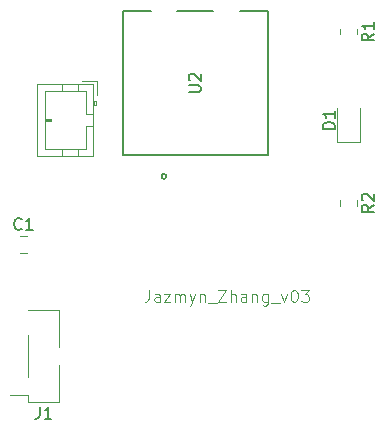
<source format=gbr>
%TF.GenerationSoftware,KiCad,Pcbnew,8.0.8*%
%TF.CreationDate,2025-02-28T02:08:50-08:00*%
%TF.ProjectId,jazmyn_hwsw,6a617a6d-796e-45f6-9877-73772e6b6963,rev?*%
%TF.SameCoordinates,Original*%
%TF.FileFunction,Legend,Top*%
%TF.FilePolarity,Positive*%
%FSLAX46Y46*%
G04 Gerber Fmt 4.6, Leading zero omitted, Abs format (unit mm)*
G04 Created by KiCad (PCBNEW 8.0.8) date 2025-02-28 02:08:50*
%MOMM*%
%LPD*%
G01*
G04 APERTURE LIST*
%ADD10C,0.100000*%
%ADD11C,0.150000*%
%ADD12C,0.152400*%
%ADD13C,0.120000*%
G04 APERTURE END LIST*
D10*
X111589598Y-90872419D02*
X111589598Y-91586704D01*
X111589598Y-91586704D02*
X111541979Y-91729561D01*
X111541979Y-91729561D02*
X111446741Y-91824800D01*
X111446741Y-91824800D02*
X111303884Y-91872419D01*
X111303884Y-91872419D02*
X111208646Y-91872419D01*
X112494360Y-91872419D02*
X112494360Y-91348609D01*
X112494360Y-91348609D02*
X112446741Y-91253371D01*
X112446741Y-91253371D02*
X112351503Y-91205752D01*
X112351503Y-91205752D02*
X112161027Y-91205752D01*
X112161027Y-91205752D02*
X112065789Y-91253371D01*
X112494360Y-91824800D02*
X112399122Y-91872419D01*
X112399122Y-91872419D02*
X112161027Y-91872419D01*
X112161027Y-91872419D02*
X112065789Y-91824800D01*
X112065789Y-91824800D02*
X112018170Y-91729561D01*
X112018170Y-91729561D02*
X112018170Y-91634323D01*
X112018170Y-91634323D02*
X112065789Y-91539085D01*
X112065789Y-91539085D02*
X112161027Y-91491466D01*
X112161027Y-91491466D02*
X112399122Y-91491466D01*
X112399122Y-91491466D02*
X112494360Y-91443847D01*
X112875313Y-91205752D02*
X113399122Y-91205752D01*
X113399122Y-91205752D02*
X112875313Y-91872419D01*
X112875313Y-91872419D02*
X113399122Y-91872419D01*
X113780075Y-91872419D02*
X113780075Y-91205752D01*
X113780075Y-91300990D02*
X113827694Y-91253371D01*
X113827694Y-91253371D02*
X113922932Y-91205752D01*
X113922932Y-91205752D02*
X114065789Y-91205752D01*
X114065789Y-91205752D02*
X114161027Y-91253371D01*
X114161027Y-91253371D02*
X114208646Y-91348609D01*
X114208646Y-91348609D02*
X114208646Y-91872419D01*
X114208646Y-91348609D02*
X114256265Y-91253371D01*
X114256265Y-91253371D02*
X114351503Y-91205752D01*
X114351503Y-91205752D02*
X114494360Y-91205752D01*
X114494360Y-91205752D02*
X114589599Y-91253371D01*
X114589599Y-91253371D02*
X114637218Y-91348609D01*
X114637218Y-91348609D02*
X114637218Y-91872419D01*
X115018170Y-91205752D02*
X115256265Y-91872419D01*
X115494360Y-91205752D02*
X115256265Y-91872419D01*
X115256265Y-91872419D02*
X115161027Y-92110514D01*
X115161027Y-92110514D02*
X115113408Y-92158133D01*
X115113408Y-92158133D02*
X115018170Y-92205752D01*
X115875313Y-91205752D02*
X115875313Y-91872419D01*
X115875313Y-91300990D02*
X115922932Y-91253371D01*
X115922932Y-91253371D02*
X116018170Y-91205752D01*
X116018170Y-91205752D02*
X116161027Y-91205752D01*
X116161027Y-91205752D02*
X116256265Y-91253371D01*
X116256265Y-91253371D02*
X116303884Y-91348609D01*
X116303884Y-91348609D02*
X116303884Y-91872419D01*
X116541980Y-91967657D02*
X117303884Y-91967657D01*
X117446742Y-90872419D02*
X118113408Y-90872419D01*
X118113408Y-90872419D02*
X117446742Y-91872419D01*
X117446742Y-91872419D02*
X118113408Y-91872419D01*
X118494361Y-91872419D02*
X118494361Y-90872419D01*
X118922932Y-91872419D02*
X118922932Y-91348609D01*
X118922932Y-91348609D02*
X118875313Y-91253371D01*
X118875313Y-91253371D02*
X118780075Y-91205752D01*
X118780075Y-91205752D02*
X118637218Y-91205752D01*
X118637218Y-91205752D02*
X118541980Y-91253371D01*
X118541980Y-91253371D02*
X118494361Y-91300990D01*
X119827694Y-91872419D02*
X119827694Y-91348609D01*
X119827694Y-91348609D02*
X119780075Y-91253371D01*
X119780075Y-91253371D02*
X119684837Y-91205752D01*
X119684837Y-91205752D02*
X119494361Y-91205752D01*
X119494361Y-91205752D02*
X119399123Y-91253371D01*
X119827694Y-91824800D02*
X119732456Y-91872419D01*
X119732456Y-91872419D02*
X119494361Y-91872419D01*
X119494361Y-91872419D02*
X119399123Y-91824800D01*
X119399123Y-91824800D02*
X119351504Y-91729561D01*
X119351504Y-91729561D02*
X119351504Y-91634323D01*
X119351504Y-91634323D02*
X119399123Y-91539085D01*
X119399123Y-91539085D02*
X119494361Y-91491466D01*
X119494361Y-91491466D02*
X119732456Y-91491466D01*
X119732456Y-91491466D02*
X119827694Y-91443847D01*
X120303885Y-91205752D02*
X120303885Y-91872419D01*
X120303885Y-91300990D02*
X120351504Y-91253371D01*
X120351504Y-91253371D02*
X120446742Y-91205752D01*
X120446742Y-91205752D02*
X120589599Y-91205752D01*
X120589599Y-91205752D02*
X120684837Y-91253371D01*
X120684837Y-91253371D02*
X120732456Y-91348609D01*
X120732456Y-91348609D02*
X120732456Y-91872419D01*
X121637218Y-91205752D02*
X121637218Y-92015276D01*
X121637218Y-92015276D02*
X121589599Y-92110514D01*
X121589599Y-92110514D02*
X121541980Y-92158133D01*
X121541980Y-92158133D02*
X121446742Y-92205752D01*
X121446742Y-92205752D02*
X121303885Y-92205752D01*
X121303885Y-92205752D02*
X121208647Y-92158133D01*
X121637218Y-91824800D02*
X121541980Y-91872419D01*
X121541980Y-91872419D02*
X121351504Y-91872419D01*
X121351504Y-91872419D02*
X121256266Y-91824800D01*
X121256266Y-91824800D02*
X121208647Y-91777180D01*
X121208647Y-91777180D02*
X121161028Y-91681942D01*
X121161028Y-91681942D02*
X121161028Y-91396228D01*
X121161028Y-91396228D02*
X121208647Y-91300990D01*
X121208647Y-91300990D02*
X121256266Y-91253371D01*
X121256266Y-91253371D02*
X121351504Y-91205752D01*
X121351504Y-91205752D02*
X121541980Y-91205752D01*
X121541980Y-91205752D02*
X121637218Y-91253371D01*
X121875314Y-91967657D02*
X122637218Y-91967657D01*
X122780076Y-91205752D02*
X123018171Y-91872419D01*
X123018171Y-91872419D02*
X123256266Y-91205752D01*
X123827695Y-90872419D02*
X123922933Y-90872419D01*
X123922933Y-90872419D02*
X124018171Y-90920038D01*
X124018171Y-90920038D02*
X124065790Y-90967657D01*
X124065790Y-90967657D02*
X124113409Y-91062895D01*
X124113409Y-91062895D02*
X124161028Y-91253371D01*
X124161028Y-91253371D02*
X124161028Y-91491466D01*
X124161028Y-91491466D02*
X124113409Y-91681942D01*
X124113409Y-91681942D02*
X124065790Y-91777180D01*
X124065790Y-91777180D02*
X124018171Y-91824800D01*
X124018171Y-91824800D02*
X123922933Y-91872419D01*
X123922933Y-91872419D02*
X123827695Y-91872419D01*
X123827695Y-91872419D02*
X123732457Y-91824800D01*
X123732457Y-91824800D02*
X123684838Y-91777180D01*
X123684838Y-91777180D02*
X123637219Y-91681942D01*
X123637219Y-91681942D02*
X123589600Y-91491466D01*
X123589600Y-91491466D02*
X123589600Y-91253371D01*
X123589600Y-91253371D02*
X123637219Y-91062895D01*
X123637219Y-91062895D02*
X123684838Y-90967657D01*
X123684838Y-90967657D02*
X123732457Y-90920038D01*
X123732457Y-90920038D02*
X123827695Y-90872419D01*
X124494362Y-90872419D02*
X125113409Y-90872419D01*
X125113409Y-90872419D02*
X124780076Y-91253371D01*
X124780076Y-91253371D02*
X124922933Y-91253371D01*
X124922933Y-91253371D02*
X125018171Y-91300990D01*
X125018171Y-91300990D02*
X125065790Y-91348609D01*
X125065790Y-91348609D02*
X125113409Y-91443847D01*
X125113409Y-91443847D02*
X125113409Y-91681942D01*
X125113409Y-91681942D02*
X125065790Y-91777180D01*
X125065790Y-91777180D02*
X125018171Y-91824800D01*
X125018171Y-91824800D02*
X124922933Y-91872419D01*
X124922933Y-91872419D02*
X124637219Y-91872419D01*
X124637219Y-91872419D02*
X124541981Y-91824800D01*
X124541981Y-91824800D02*
X124494362Y-91777180D01*
D11*
X114954819Y-74116054D02*
X115764342Y-74116054D01*
X115764342Y-74116054D02*
X115859580Y-74068435D01*
X115859580Y-74068435D02*
X115907200Y-74020816D01*
X115907200Y-74020816D02*
X115954819Y-73925578D01*
X115954819Y-73925578D02*
X115954819Y-73735102D01*
X115954819Y-73735102D02*
X115907200Y-73639864D01*
X115907200Y-73639864D02*
X115859580Y-73592245D01*
X115859580Y-73592245D02*
X115764342Y-73544626D01*
X115764342Y-73544626D02*
X114954819Y-73544626D01*
X115050057Y-73116054D02*
X115002438Y-73068435D01*
X115002438Y-73068435D02*
X114954819Y-72973197D01*
X114954819Y-72973197D02*
X114954819Y-72735102D01*
X114954819Y-72735102D02*
X115002438Y-72639864D01*
X115002438Y-72639864D02*
X115050057Y-72592245D01*
X115050057Y-72592245D02*
X115145295Y-72544626D01*
X115145295Y-72544626D02*
X115240533Y-72544626D01*
X115240533Y-72544626D02*
X115383390Y-72592245D01*
X115383390Y-72592245D02*
X115954819Y-73163673D01*
X115954819Y-73163673D02*
X115954819Y-72544626D01*
X127304819Y-77238094D02*
X126304819Y-77238094D01*
X126304819Y-77238094D02*
X126304819Y-76999999D01*
X126304819Y-76999999D02*
X126352438Y-76857142D01*
X126352438Y-76857142D02*
X126447676Y-76761904D01*
X126447676Y-76761904D02*
X126542914Y-76714285D01*
X126542914Y-76714285D02*
X126733390Y-76666666D01*
X126733390Y-76666666D02*
X126876247Y-76666666D01*
X126876247Y-76666666D02*
X127066723Y-76714285D01*
X127066723Y-76714285D02*
X127161961Y-76761904D01*
X127161961Y-76761904D02*
X127257200Y-76857142D01*
X127257200Y-76857142D02*
X127304819Y-76999999D01*
X127304819Y-76999999D02*
X127304819Y-77238094D01*
X127304819Y-75714285D02*
X127304819Y-76285713D01*
X127304819Y-75999999D02*
X126304819Y-75999999D01*
X126304819Y-75999999D02*
X126447676Y-76095237D01*
X126447676Y-76095237D02*
X126542914Y-76190475D01*
X126542914Y-76190475D02*
X126590533Y-76285713D01*
X100795833Y-85679580D02*
X100748214Y-85727200D01*
X100748214Y-85727200D02*
X100605357Y-85774819D01*
X100605357Y-85774819D02*
X100510119Y-85774819D01*
X100510119Y-85774819D02*
X100367262Y-85727200D01*
X100367262Y-85727200D02*
X100272024Y-85631961D01*
X100272024Y-85631961D02*
X100224405Y-85536723D01*
X100224405Y-85536723D02*
X100176786Y-85346247D01*
X100176786Y-85346247D02*
X100176786Y-85203390D01*
X100176786Y-85203390D02*
X100224405Y-85012914D01*
X100224405Y-85012914D02*
X100272024Y-84917676D01*
X100272024Y-84917676D02*
X100367262Y-84822438D01*
X100367262Y-84822438D02*
X100510119Y-84774819D01*
X100510119Y-84774819D02*
X100605357Y-84774819D01*
X100605357Y-84774819D02*
X100748214Y-84822438D01*
X100748214Y-84822438D02*
X100795833Y-84870057D01*
X101748214Y-85774819D02*
X101176786Y-85774819D01*
X101462500Y-85774819D02*
X101462500Y-84774819D01*
X101462500Y-84774819D02*
X101367262Y-84917676D01*
X101367262Y-84917676D02*
X101272024Y-85012914D01*
X101272024Y-85012914D02*
X101176786Y-85060533D01*
X130604819Y-69166666D02*
X130128628Y-69499999D01*
X130604819Y-69738094D02*
X129604819Y-69738094D01*
X129604819Y-69738094D02*
X129604819Y-69357142D01*
X129604819Y-69357142D02*
X129652438Y-69261904D01*
X129652438Y-69261904D02*
X129700057Y-69214285D01*
X129700057Y-69214285D02*
X129795295Y-69166666D01*
X129795295Y-69166666D02*
X129938152Y-69166666D01*
X129938152Y-69166666D02*
X130033390Y-69214285D01*
X130033390Y-69214285D02*
X130081009Y-69261904D01*
X130081009Y-69261904D02*
X130128628Y-69357142D01*
X130128628Y-69357142D02*
X130128628Y-69738094D01*
X130604819Y-68214285D02*
X130604819Y-68785713D01*
X130604819Y-68499999D02*
X129604819Y-68499999D01*
X129604819Y-68499999D02*
X129747676Y-68595237D01*
X129747676Y-68595237D02*
X129842914Y-68690475D01*
X129842914Y-68690475D02*
X129890533Y-68785713D01*
X102321666Y-100784819D02*
X102321666Y-101499104D01*
X102321666Y-101499104D02*
X102274047Y-101641961D01*
X102274047Y-101641961D02*
X102178809Y-101737200D01*
X102178809Y-101737200D02*
X102035952Y-101784819D01*
X102035952Y-101784819D02*
X101940714Y-101784819D01*
X103321666Y-101784819D02*
X102750238Y-101784819D01*
X103035952Y-101784819D02*
X103035952Y-100784819D01*
X103035952Y-100784819D02*
X102940714Y-100927676D01*
X102940714Y-100927676D02*
X102845476Y-101022914D01*
X102845476Y-101022914D02*
X102750238Y-101070533D01*
X130604819Y-83666666D02*
X130128628Y-83999999D01*
X130604819Y-84238094D02*
X129604819Y-84238094D01*
X129604819Y-84238094D02*
X129604819Y-83857142D01*
X129604819Y-83857142D02*
X129652438Y-83761904D01*
X129652438Y-83761904D02*
X129700057Y-83714285D01*
X129700057Y-83714285D02*
X129795295Y-83666666D01*
X129795295Y-83666666D02*
X129938152Y-83666666D01*
X129938152Y-83666666D02*
X130033390Y-83714285D01*
X130033390Y-83714285D02*
X130081009Y-83761904D01*
X130081009Y-83761904D02*
X130128628Y-83857142D01*
X130128628Y-83857142D02*
X130128628Y-84238094D01*
X129700057Y-83285713D02*
X129652438Y-83238094D01*
X129652438Y-83238094D02*
X129604819Y-83142856D01*
X129604819Y-83142856D02*
X129604819Y-82904761D01*
X129604819Y-82904761D02*
X129652438Y-82809523D01*
X129652438Y-82809523D02*
X129700057Y-82761904D01*
X129700057Y-82761904D02*
X129795295Y-82714285D01*
X129795295Y-82714285D02*
X129890533Y-82714285D01*
X129890533Y-82714285D02*
X130033390Y-82761904D01*
X130033390Y-82761904D02*
X130604819Y-83333332D01*
X130604819Y-83333332D02*
X130604819Y-82714285D01*
D12*
%TO.C,U2*%
X113971457Y-79475550D02*
X119271457Y-79475550D01*
X119271457Y-79475550D02*
X121621400Y-79475550D01*
X117028542Y-67232750D02*
X113971457Y-67232750D01*
X111728543Y-67232750D02*
X109378600Y-67232750D01*
X113053200Y-81253550D02*
G75*
G02*
X112646800Y-81253550I-203200J0D01*
G01*
X112646800Y-81253550D02*
G75*
G02*
X113053200Y-81253550I203200J0D01*
G01*
X121621400Y-79475550D02*
X121621400Y-67232750D01*
X121621400Y-67232750D02*
X119271457Y-67232750D01*
X109378600Y-67232750D02*
X109378600Y-79475550D01*
X109378600Y-79475550D02*
X113971457Y-79475550D01*
D13*
%TO.C,D1*%
X129460000Y-78360000D02*
X129460000Y-75500000D01*
X127540000Y-78360000D02*
X129460000Y-78360000D01*
X127540000Y-75500000D02*
X127540000Y-78360000D01*
%TO.C,C1*%
X100701248Y-86265000D02*
X101223752Y-86265000D01*
X100701248Y-87735000D02*
X101223752Y-87735000D01*
%TO.C,R1*%
X129235000Y-68772936D02*
X129235000Y-69227064D01*
X127765000Y-68772936D02*
X127765000Y-69227064D01*
%TO.C,J1*%
X103985000Y-100330000D02*
X103985000Y-97220000D01*
X103985000Y-100330000D02*
X101325000Y-100330000D01*
X103985000Y-95700000D02*
X103985000Y-92590000D01*
X103985000Y-93160000D02*
X103985000Y-92590000D01*
X103985000Y-92590000D02*
X101325000Y-92590000D01*
X101325000Y-100330000D02*
X101325000Y-99760000D01*
X101325000Y-99760000D02*
X99805000Y-99760000D01*
X101325000Y-98240000D02*
X101325000Y-94680000D01*
%TO.C,BT1*%
X102140000Y-73440000D02*
X102140000Y-79560000D01*
X102140000Y-79560000D02*
X106860000Y-79560000D01*
X102750000Y-74050000D02*
X102750000Y-78950000D01*
X102750000Y-76400000D02*
X103250000Y-76400000D01*
X102750000Y-76500000D02*
X103250000Y-76500000D01*
X102750000Y-78950000D02*
X106250000Y-78950000D01*
X103250000Y-76400000D02*
X103250000Y-76600000D01*
X103250000Y-76600000D02*
X102750000Y-76600000D01*
X104250000Y-73440000D02*
X104250000Y-74050000D01*
X104250000Y-79560000D02*
X104250000Y-78950000D01*
X105550000Y-73440000D02*
X105550000Y-74050000D01*
X105550000Y-79560000D02*
X105550000Y-78950000D01*
X106250000Y-74050000D02*
X102750000Y-74050000D01*
X106250000Y-76000000D02*
X106250000Y-74050000D01*
X106250000Y-77000000D02*
X106860000Y-77000000D01*
X106250000Y-78950000D02*
X106250000Y-77000000D01*
X106860000Y-73440000D02*
X102140000Y-73440000D01*
X106860000Y-75200000D02*
X107060000Y-75200000D01*
X106860000Y-76000000D02*
X106250000Y-76000000D01*
X106860000Y-79560000D02*
X106860000Y-73440000D01*
X106960000Y-75200000D02*
X106960000Y-74900000D01*
X107060000Y-74900000D02*
X106860000Y-74900000D01*
X107060000Y-75200000D02*
X107060000Y-74900000D01*
X107160000Y-73140000D02*
X105910000Y-73140000D01*
X107160000Y-74390000D02*
X107160000Y-73140000D01*
%TO.C,R2*%
X127765000Y-83272936D02*
X127765000Y-83727064D01*
X129235000Y-83272936D02*
X129235000Y-83727064D01*
%TD*%
M02*

</source>
